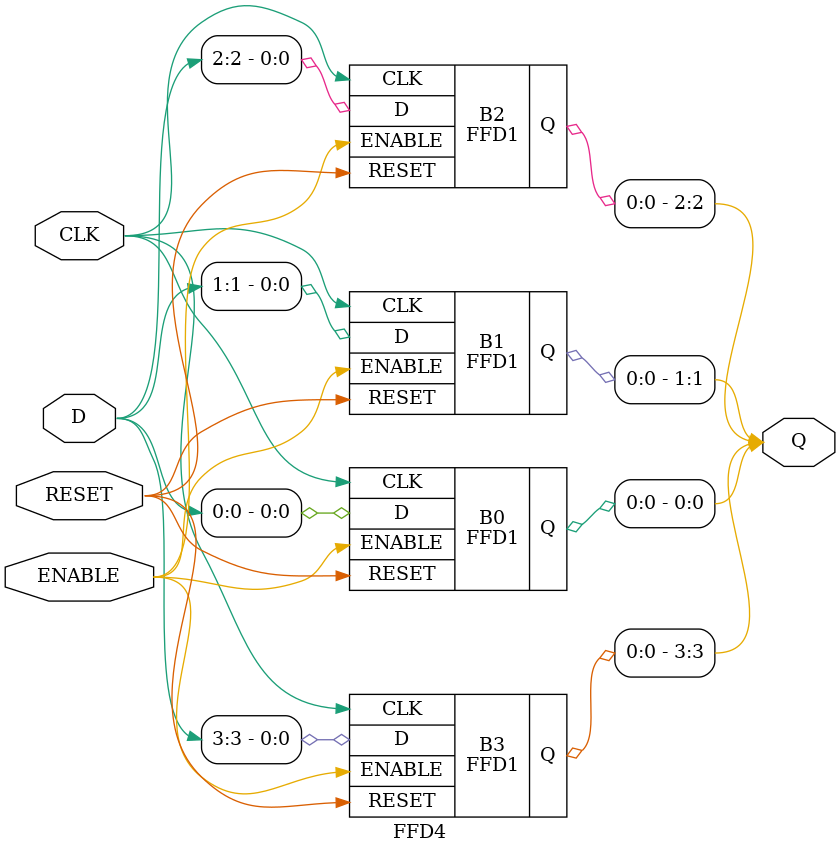
<source format=v>
module FFD1(input CLK, D, ENABLE, RESET, output reg Q); 

	always @ (posedge CLK, posedge RESET) begin 
		
		if (RESET)
			Q <= 1'b0; 
		else if (ENABLE) 
			Q <= D; 
	end
endmodule 

module FFD2(input CLK, ENABLE, RESET, input [1:0] D, output wire [1:0] Q); 

	FFD1 M0(CLK, D[0], ENABLE, RESET, Q[0]); 
	FFD1 M1(CLK, D[0], ENABLE, RESET, Q[0]); 

endmodule 


module FFD4(input CLK, ENABLE, RESET, input [3:0] D, output wire [3:0] Q); 

	FFD1 B0(CLK, D[0], ENABLE, RESET, Q[0]); 
	FFD1 B1(CLK, D[1], ENABLE, RESET, Q[1]); 
	FFD1 B2(CLK, D[2], ENABLE, RESET, Q[2]); 
	FFD1 B3(CLK, D[3], ENABLE, RESET, Q[3]); 

endmodule 		

</source>
